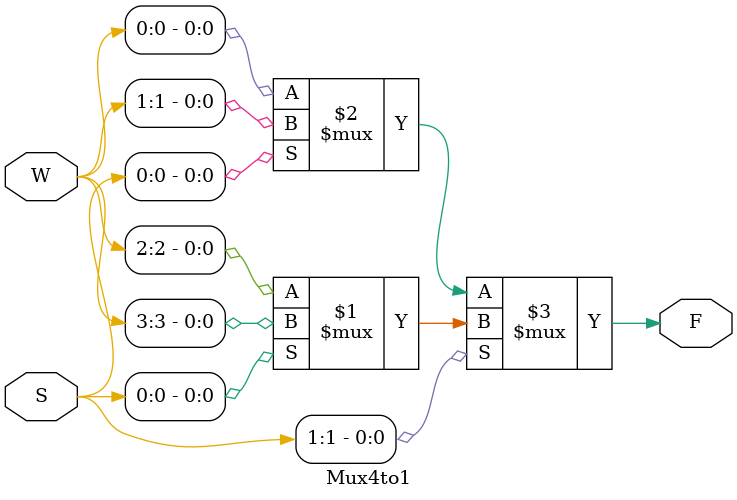
<source format=v>
module Mux4to1 (W, S, F);
	input wire [3:0] W;
	input wire [1:0] S;
	output F;
	
	assign F = S[1] ? ( S[0] ? W[3] : W[2] ) : ( S[0] ? W[1] : W[0] );
endmodule
</source>
